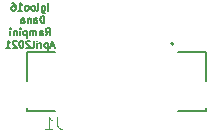
<source format=gbr>
G04 #@! TF.GenerationSoftware,KiCad,Pcbnew,(5.1.9)-1*
G04 #@! TF.CreationDate,2021-05-17T15:52:18-06:00*
G04 #@! TF.ProjectId,Igloo16,49676c6f-6f31-4362-9e6b-696361645f70,rev?*
G04 #@! TF.SameCoordinates,Original*
G04 #@! TF.FileFunction,Legend,Bot*
G04 #@! TF.FilePolarity,Positive*
%FSLAX46Y46*%
G04 Gerber Fmt 4.6, Leading zero omitted, Abs format (unit mm)*
G04 Created by KiCad (PCBNEW (5.1.9)-1) date 2021-05-17 15:52:18*
%MOMM*%
%LPD*%
G01*
G04 APERTURE LIST*
%ADD10C,0.150000*%
%ADD11C,0.127000*%
%ADD12C,0.200000*%
%ADD13C,0.015000*%
G04 APERTURE END LIST*
D10*
X98692857Y-86686428D02*
X98692857Y-86086428D01*
X98150000Y-86286428D02*
X98150000Y-86772142D01*
X98178571Y-86829285D01*
X98207142Y-86857857D01*
X98264285Y-86886428D01*
X98350000Y-86886428D01*
X98407142Y-86857857D01*
X98150000Y-86657857D02*
X98207142Y-86686428D01*
X98321428Y-86686428D01*
X98378571Y-86657857D01*
X98407142Y-86629285D01*
X98435714Y-86572142D01*
X98435714Y-86400714D01*
X98407142Y-86343571D01*
X98378571Y-86315000D01*
X98321428Y-86286428D01*
X98207142Y-86286428D01*
X98150000Y-86315000D01*
X97778571Y-86686428D02*
X97835714Y-86657857D01*
X97864285Y-86600714D01*
X97864285Y-86086428D01*
X97464285Y-86686428D02*
X97521428Y-86657857D01*
X97550000Y-86629285D01*
X97578571Y-86572142D01*
X97578571Y-86400714D01*
X97550000Y-86343571D01*
X97521428Y-86315000D01*
X97464285Y-86286428D01*
X97378571Y-86286428D01*
X97321428Y-86315000D01*
X97292857Y-86343571D01*
X97264285Y-86400714D01*
X97264285Y-86572142D01*
X97292857Y-86629285D01*
X97321428Y-86657857D01*
X97378571Y-86686428D01*
X97464285Y-86686428D01*
X96921428Y-86686428D02*
X96978571Y-86657857D01*
X97007142Y-86629285D01*
X97035714Y-86572142D01*
X97035714Y-86400714D01*
X97007142Y-86343571D01*
X96978571Y-86315000D01*
X96921428Y-86286428D01*
X96835714Y-86286428D01*
X96778571Y-86315000D01*
X96750000Y-86343571D01*
X96721428Y-86400714D01*
X96721428Y-86572142D01*
X96750000Y-86629285D01*
X96778571Y-86657857D01*
X96835714Y-86686428D01*
X96921428Y-86686428D01*
X96150000Y-86686428D02*
X96492857Y-86686428D01*
X96321428Y-86686428D02*
X96321428Y-86086428D01*
X96378571Y-86172142D01*
X96435714Y-86229285D01*
X96492857Y-86257857D01*
X95635714Y-86086428D02*
X95750000Y-86086428D01*
X95807142Y-86115000D01*
X95835714Y-86143571D01*
X95892857Y-86229285D01*
X95921428Y-86343571D01*
X95921428Y-86572142D01*
X95892857Y-86629285D01*
X95864285Y-86657857D01*
X95807142Y-86686428D01*
X95692857Y-86686428D01*
X95635714Y-86657857D01*
X95607142Y-86629285D01*
X95578571Y-86572142D01*
X95578571Y-86429285D01*
X95607142Y-86372142D01*
X95635714Y-86343571D01*
X95692857Y-86315000D01*
X95807142Y-86315000D01*
X95864285Y-86343571D01*
X95892857Y-86372142D01*
X95921428Y-86429285D01*
X98350000Y-87736428D02*
X98350000Y-87136428D01*
X98207142Y-87136428D01*
X98121428Y-87165000D01*
X98064285Y-87222142D01*
X98035714Y-87279285D01*
X98007142Y-87393571D01*
X98007142Y-87479285D01*
X98035714Y-87593571D01*
X98064285Y-87650714D01*
X98121428Y-87707857D01*
X98207142Y-87736428D01*
X98350000Y-87736428D01*
X97492857Y-87736428D02*
X97492857Y-87422142D01*
X97521428Y-87365000D01*
X97578571Y-87336428D01*
X97692857Y-87336428D01*
X97750000Y-87365000D01*
X97492857Y-87707857D02*
X97550000Y-87736428D01*
X97692857Y-87736428D01*
X97750000Y-87707857D01*
X97778571Y-87650714D01*
X97778571Y-87593571D01*
X97750000Y-87536428D01*
X97692857Y-87507857D01*
X97550000Y-87507857D01*
X97492857Y-87479285D01*
X97207142Y-87336428D02*
X97207142Y-87736428D01*
X97207142Y-87393571D02*
X97178571Y-87365000D01*
X97121428Y-87336428D01*
X97035714Y-87336428D01*
X96978571Y-87365000D01*
X96950000Y-87422142D01*
X96950000Y-87736428D01*
X96407142Y-87736428D02*
X96407142Y-87422142D01*
X96435714Y-87365000D01*
X96492857Y-87336428D01*
X96607142Y-87336428D01*
X96664285Y-87365000D01*
X96407142Y-87707857D02*
X96464285Y-87736428D01*
X96607142Y-87736428D01*
X96664285Y-87707857D01*
X96692857Y-87650714D01*
X96692857Y-87593571D01*
X96664285Y-87536428D01*
X96607142Y-87507857D01*
X96464285Y-87507857D01*
X96407142Y-87479285D01*
X98464285Y-88786428D02*
X98664285Y-88500714D01*
X98807142Y-88786428D02*
X98807142Y-88186428D01*
X98578571Y-88186428D01*
X98521428Y-88215000D01*
X98492857Y-88243571D01*
X98464285Y-88300714D01*
X98464285Y-88386428D01*
X98492857Y-88443571D01*
X98521428Y-88472142D01*
X98578571Y-88500714D01*
X98807142Y-88500714D01*
X97950000Y-88786428D02*
X97950000Y-88472142D01*
X97978571Y-88415000D01*
X98035714Y-88386428D01*
X98150000Y-88386428D01*
X98207142Y-88415000D01*
X97950000Y-88757857D02*
X98007142Y-88786428D01*
X98150000Y-88786428D01*
X98207142Y-88757857D01*
X98235714Y-88700714D01*
X98235714Y-88643571D01*
X98207142Y-88586428D01*
X98150000Y-88557857D01*
X98007142Y-88557857D01*
X97950000Y-88529285D01*
X97664285Y-88786428D02*
X97664285Y-88386428D01*
X97664285Y-88443571D02*
X97635714Y-88415000D01*
X97578571Y-88386428D01*
X97492857Y-88386428D01*
X97435714Y-88415000D01*
X97407142Y-88472142D01*
X97407142Y-88786428D01*
X97407142Y-88472142D02*
X97378571Y-88415000D01*
X97321428Y-88386428D01*
X97235714Y-88386428D01*
X97178571Y-88415000D01*
X97150000Y-88472142D01*
X97150000Y-88786428D01*
X96864285Y-88386428D02*
X96864285Y-88986428D01*
X96864285Y-88415000D02*
X96807142Y-88386428D01*
X96692857Y-88386428D01*
X96635714Y-88415000D01*
X96607142Y-88443571D01*
X96578571Y-88500714D01*
X96578571Y-88672142D01*
X96607142Y-88729285D01*
X96635714Y-88757857D01*
X96692857Y-88786428D01*
X96807142Y-88786428D01*
X96864285Y-88757857D01*
X96321428Y-88786428D02*
X96321428Y-88386428D01*
X96321428Y-88186428D02*
X96350000Y-88215000D01*
X96321428Y-88243571D01*
X96292857Y-88215000D01*
X96321428Y-88186428D01*
X96321428Y-88243571D01*
X96035714Y-88386428D02*
X96035714Y-88786428D01*
X96035714Y-88443571D02*
X96007142Y-88415000D01*
X95950000Y-88386428D01*
X95864285Y-88386428D01*
X95807142Y-88415000D01*
X95778571Y-88472142D01*
X95778571Y-88786428D01*
X95492857Y-88786428D02*
X95492857Y-88386428D01*
X95492857Y-88186428D02*
X95521428Y-88215000D01*
X95492857Y-88243571D01*
X95464285Y-88215000D01*
X95492857Y-88186428D01*
X95492857Y-88243571D01*
X99192857Y-89665000D02*
X98907142Y-89665000D01*
X99250000Y-89836428D02*
X99050000Y-89236428D01*
X98850000Y-89836428D01*
X98650000Y-89436428D02*
X98650000Y-90036428D01*
X98650000Y-89465000D02*
X98592857Y-89436428D01*
X98478571Y-89436428D01*
X98421428Y-89465000D01*
X98392857Y-89493571D01*
X98364285Y-89550714D01*
X98364285Y-89722142D01*
X98392857Y-89779285D01*
X98421428Y-89807857D01*
X98478571Y-89836428D01*
X98592857Y-89836428D01*
X98650000Y-89807857D01*
X98107142Y-89836428D02*
X98107142Y-89436428D01*
X98107142Y-89550714D02*
X98078571Y-89493571D01*
X98050000Y-89465000D01*
X97992857Y-89436428D01*
X97935714Y-89436428D01*
X97735714Y-89836428D02*
X97735714Y-89436428D01*
X97735714Y-89236428D02*
X97764285Y-89265000D01*
X97735714Y-89293571D01*
X97707142Y-89265000D01*
X97735714Y-89236428D01*
X97735714Y-89293571D01*
X97364285Y-89836428D02*
X97421428Y-89807857D01*
X97450000Y-89750714D01*
X97450000Y-89236428D01*
X97164285Y-89293571D02*
X97135714Y-89265000D01*
X97078571Y-89236428D01*
X96935714Y-89236428D01*
X96878571Y-89265000D01*
X96850000Y-89293571D01*
X96821428Y-89350714D01*
X96821428Y-89407857D01*
X96850000Y-89493571D01*
X97192857Y-89836428D01*
X96821428Y-89836428D01*
X96450000Y-89236428D02*
X96392857Y-89236428D01*
X96335714Y-89265000D01*
X96307142Y-89293571D01*
X96278571Y-89350714D01*
X96250000Y-89465000D01*
X96250000Y-89607857D01*
X96278571Y-89722142D01*
X96307142Y-89779285D01*
X96335714Y-89807857D01*
X96392857Y-89836428D01*
X96450000Y-89836428D01*
X96507142Y-89807857D01*
X96535714Y-89779285D01*
X96564285Y-89722142D01*
X96592857Y-89607857D01*
X96592857Y-89465000D01*
X96564285Y-89350714D01*
X96535714Y-89293571D01*
X96507142Y-89265000D01*
X96450000Y-89236428D01*
X96021428Y-89293571D02*
X95992857Y-89265000D01*
X95935714Y-89236428D01*
X95792857Y-89236428D01*
X95735714Y-89265000D01*
X95707142Y-89293571D01*
X95678571Y-89350714D01*
X95678571Y-89407857D01*
X95707142Y-89493571D01*
X96050000Y-89836428D01*
X95678571Y-89836428D01*
X95107142Y-89836428D02*
X95450000Y-89836428D01*
X95278571Y-89836428D02*
X95278571Y-89236428D01*
X95335714Y-89322142D01*
X95392857Y-89379285D01*
X95450000Y-89407857D01*
D11*
X99230000Y-95200000D02*
X96865000Y-95200000D01*
X96865000Y-95200000D02*
X96865000Y-94920000D01*
X112015000Y-95200000D02*
X109650000Y-95200000D01*
X112015000Y-95200000D02*
X112015000Y-94920000D01*
X109650000Y-90220000D02*
X112015000Y-90220000D01*
X112015000Y-90220000D02*
X112015000Y-92624000D01*
X96865000Y-90220000D02*
X99230000Y-90220000D01*
X96865000Y-90220000D02*
X96865000Y-92624000D01*
D12*
X109290000Y-89510000D02*
G75*
G03*
X109290000Y-89510000I-100000J0D01*
G01*
D13*
X99448333Y-95697380D02*
X99448333Y-96411666D01*
X99495952Y-96554523D01*
X99591190Y-96649761D01*
X99734047Y-96697380D01*
X99829285Y-96697380D01*
X98448333Y-96697380D02*
X99019761Y-96697380D01*
X98734047Y-96697380D02*
X98734047Y-95697380D01*
X98829285Y-95840238D01*
X98924523Y-95935476D01*
X99019761Y-95983095D01*
M02*

</source>
